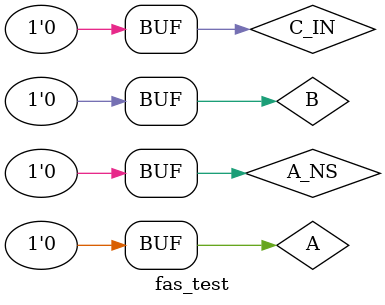
<source format=sv>
module fas_test;

	logic A,B,C_IN,A_NS,S,COUT;       

	fas uut (
	.a(A),
	.b(B),
	.cin(C_IN),
	.a_ns(A_NS),
	.s(S),
	.cout(COUT)
	);
	
	initial begin
		
		A=1'b0;
		B=1'b0;
		C_IN=1'b0;
		A_NS=1'b0;
		
		#42
		B=1'b1;
		
		#42
		B=1'b0;
		
	
	end


endmodule

</source>
